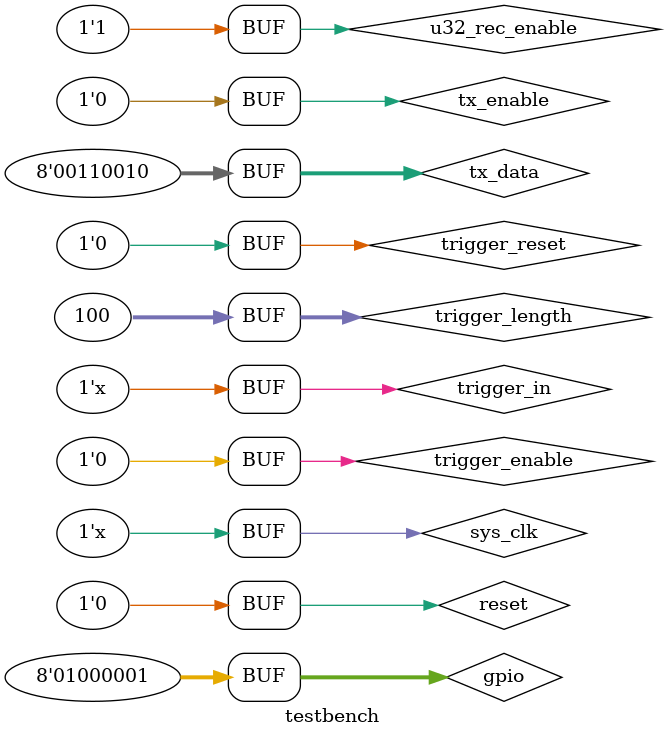
<source format=v>
`timescale 1ns / 1ps

module testbench;

reg sys_clk;

reg trigger_in;



reg reset;

reg [1:0] btn;
reg [7:0] gpio;
wire uart_txd_in;
wire uart_rxd_out;
wire [1:0] led;
wire [2:0] rgb;
wire power_out;
wire glitch_out;
top uut (
    .sys_clk(sys_clk),
    .led(led),
    .rgb(rgb),
    .btn(btn),
    .gpio(gpio),
    .uart_txd_in(uart_txd_in),
    .uart_rxd_out(uart_rxd_out),
    .trigger_in(trigger_in),
    .power_out(power_out),
    .glitch_out(glitch_out)
);

reg tx_enable = 1'd0;
reg [7:0] tx_data = 8'd67;
wire tx_ready;
uart_tx tx1(
    .clk(sys_clk),
    .reset(reset),
    .data(tx_data),
    .enable(tx_enable),
    .tx(uart_txd_in),
    .ready(tx_ready)
);

// Main UART receiver
wire [7:0] rx_data;
wire rx_valid;
uart_rx rx1(
    .clk(sys_clk),
    .reset(reset),
    .data(rx_data),
    .rx(uart_rxd_out),
    .valid(rx_valid)
);

// Receiver for receiving uint32 via serial
reg u32_rec_enable = 1'd1;
wire u32_rec_valid;
wire [31:0] u32_rec_data;
uint32_receiver u32_rec(
    .clk(sys_clk),
    .reset(reset),
    .uart_data(rx_data),
    .uart_valid(rx_valid),
    .data(u32_rec_data),
    .data_valid(u32_rec_valid),
    .enable(u32_rec_enable)
);

reg trigger_enable;
reg [31:0] trigger_length;
wire [7:0] counter_out_wire;
reg trigger_reset = 1'b0;
wire [1:0] glitch_trigger_state;
wire [31:0] sleep_counter; 

trigger glitch_trigger(
    .clk(sys_clk),
    .reset(trigger_reset),
    .enable(trigger_enable),
    .in(trigger_in),
    .trigger_length(trigger_length),
    .triggered(glitch_trigger_triggered),
    .state(glitch_trigger_state),
    .counter_out(counter_out_wire),
    .sleep_counter(sleep_counter)
    );

initial 
begin
   sys_clk <= 1'b0;
   trigger_in <= 1'b1;
   gpio <= "A";
   reset <= 1'b0;
   trigger_length <= 32'd100;
end


// Generate 100MHz clock
always
begin
    #5 sys_clk <= ~sys_clk;
end

// Send one low bit per 2 cycles
always
begin
    #20 trigger_in <= ~trigger_in;
end

initial 
begin
    reset <= 1'b1;
    #10 reset <= 1'b0;
    trigger_enable <= 1'b1;
    #10 trigger_enable <= 1'b0; 
    tx_data <= 8'd70;
    tx_enable <= 1'b1;
    #10 tx_enable <= 1'b0;
    // 115200bd --> 0,1152 symbols / us
    // Wait roughly as long as it takes FPGA to send GPIO data to host before asking for flank counter
    #170000 tx_data <= 8'd50;
    #20 tx_enable <= 1'b1;
    #10 tx_enable <= 1'b0;
end
 
endmodule

</source>
